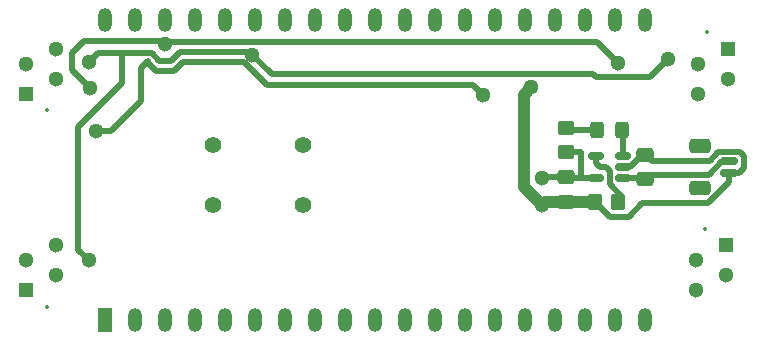
<source format=gbr>
G04 #@! TF.GenerationSoftware,KiCad,Pcbnew,(7.0.0)*
G04 #@! TF.CreationDate,2023-03-01T15:25:45+01:00*
G04 #@! TF.ProjectId,VR-Shield,56522d53-6869-4656-9c64-2e6b69636164,v02*
G04 #@! TF.SameCoordinates,Original*
G04 #@! TF.FileFunction,Copper,L2,Bot*
G04 #@! TF.FilePolarity,Positive*
%FSLAX46Y46*%
G04 Gerber Fmt 4.6, Leading zero omitted, Abs format (unit mm)*
G04 Created by KiCad (PCBNEW (7.0.0)) date 2023-03-01 15:25:45*
%MOMM*%
%LPD*%
G01*
G04 APERTURE LIST*
G04 Aperture macros list*
%AMRoundRect*
0 Rectangle with rounded corners*
0 $1 Rounding radius*
0 $2 $3 $4 $5 $6 $7 $8 $9 X,Y pos of 4 corners*
0 Add a 4 corners polygon primitive as box body*
4,1,4,$2,$3,$4,$5,$6,$7,$8,$9,$2,$3,0*
0 Add four circle primitives for the rounded corners*
1,1,$1+$1,$2,$3*
1,1,$1+$1,$4,$5*
1,1,$1+$1,$6,$7*
1,1,$1+$1,$8,$9*
0 Add four rect primitives between the rounded corners*
20,1,$1+$1,$2,$3,$4,$5,0*
20,1,$1+$1,$4,$5,$6,$7,0*
20,1,$1+$1,$6,$7,$8,$9,0*
20,1,$1+$1,$8,$9,$2,$3,0*%
G04 Aperture macros list end*
G04 #@! TA.AperFunction,ComponentPad*
%ADD10R,1.200000X2.000000*%
G04 #@! TD*
G04 #@! TA.AperFunction,ComponentPad*
%ADD11O,1.200000X2.000000*%
G04 #@! TD*
G04 #@! TA.AperFunction,ComponentPad*
%ADD12R,1.300000X1.300000*%
G04 #@! TD*
G04 #@! TA.AperFunction,ComponentPad*
%ADD13C,1.300000*%
G04 #@! TD*
G04 #@! TA.AperFunction,SMDPad,CuDef*
%ADD14RoundRect,0.150000X-0.625000X0.150000X-0.625000X-0.150000X0.625000X-0.150000X0.625000X0.150000X0*%
G04 #@! TD*
G04 #@! TA.AperFunction,SMDPad,CuDef*
%ADD15RoundRect,0.250000X-0.650000X0.350000X-0.650000X-0.350000X0.650000X-0.350000X0.650000X0.350000X0*%
G04 #@! TD*
G04 #@! TA.AperFunction,ComponentPad*
%ADD16C,1.397000*%
G04 #@! TD*
G04 #@! TA.AperFunction,SMDPad,CuDef*
%ADD17RoundRect,0.250000X-0.475000X0.337500X-0.475000X-0.337500X0.475000X-0.337500X0.475000X0.337500X0*%
G04 #@! TD*
G04 #@! TA.AperFunction,SMDPad,CuDef*
%ADD18RoundRect,0.150000X0.512500X0.150000X-0.512500X0.150000X-0.512500X-0.150000X0.512500X-0.150000X0*%
G04 #@! TD*
G04 #@! TA.AperFunction,SMDPad,CuDef*
%ADD19RoundRect,0.250000X0.450000X-0.350000X0.450000X0.350000X-0.450000X0.350000X-0.450000X-0.350000X0*%
G04 #@! TD*
G04 #@! TA.AperFunction,SMDPad,CuDef*
%ADD20RoundRect,0.250000X0.475000X-0.337500X0.475000X0.337500X-0.475000X0.337500X-0.475000X-0.337500X0*%
G04 #@! TD*
G04 #@! TA.AperFunction,SMDPad,CuDef*
%ADD21RoundRect,0.250000X0.350000X0.450000X-0.350000X0.450000X-0.350000X-0.450000X0.350000X-0.450000X0*%
G04 #@! TD*
G04 #@! TA.AperFunction,SMDPad,CuDef*
%ADD22RoundRect,0.250000X0.325000X0.450000X-0.325000X0.450000X-0.325000X-0.450000X0.325000X-0.450000X0*%
G04 #@! TD*
G04 #@! TA.AperFunction,ViaPad*
%ADD23C,1.300000*%
G04 #@! TD*
G04 #@! TA.AperFunction,Conductor*
%ADD24C,1.000000*%
G04 #@! TD*
G04 #@! TA.AperFunction,Conductor*
%ADD25C,0.500000*%
G04 #@! TD*
%ADD26C,0.350000*%
G04 APERTURE END LIST*
D10*
G04 #@! TO.P,U1,1,3V3*
G04 #@! TO.N,unconnected-(U1-3V3-Pad1)*
X23240999Y-41020999D03*
D11*
G04 #@! TO.P,U1,2,CHIP_PU*
G04 #@! TO.N,Net-(U1-CHIP_PU)*
X25780999Y-41020999D03*
G04 #@! TO.P,U1,3,SENSOR_VP/GPIO36/ADC1_CH0*
G04 #@! TO.N,unconnected-(U1-SENSOR_VP{slash}GPIO36{slash}ADC1_CH0-Pad3)*
X28320999Y-41020999D03*
G04 #@! TO.P,U1,4,SENSOR_VN/GPIO39/ADC1_CH3*
G04 #@! TO.N,unconnected-(U1-SENSOR_VN{slash}GPIO39{slash}ADC1_CH3-Pad4)*
X30860999Y-41020999D03*
G04 #@! TO.P,U1,5,VDET_1/GPIO34/ADC1_CH6*
G04 #@! TO.N,unconnected-(U1-VDET_1{slash}GPIO34{slash}ADC1_CH6-Pad5)*
X33400999Y-41020999D03*
G04 #@! TO.P,U1,6,VDET_2/GPIO35/ADC1_CH7*
G04 #@! TO.N,unconnected-(U1-VDET_2{slash}GPIO35{slash}ADC1_CH7-Pad6)*
X35940999Y-41020999D03*
G04 #@! TO.P,U1,7,32K_XP/GPIO32/ADC1_CH4*
G04 #@! TO.N,/LED*
X38480999Y-41020999D03*
G04 #@! TO.P,U1,8,32K_XN/GPIO33/ADC1_CH5*
G04 #@! TO.N,unconnected-(U1-32K_XN{slash}GPIO33{slash}ADC1_CH5-Pad8)*
X41020999Y-41020999D03*
G04 #@! TO.P,U1,9,DAC_1/ADC2_CH8/GPIO25*
G04 #@! TO.N,unconnected-(U1-DAC_1{slash}ADC2_CH8{slash}GPIO25-Pad9)*
X43560999Y-41020999D03*
G04 #@! TO.P,U1,10,DAC_2/ADC2_CH9/GPIO26*
G04 #@! TO.N,unconnected-(U1-DAC_2{slash}ADC2_CH9{slash}GPIO26-Pad10)*
X46100999Y-41020999D03*
G04 #@! TO.P,U1,11,ADC2_CH7/GPIO27*
G04 #@! TO.N,unconnected-(U1-ADC2_CH7{slash}GPIO27-Pad11)*
X48640999Y-41020999D03*
G04 #@! TO.P,U1,12,MTMS/GPIO14/ADC2_CH6*
G04 #@! TO.N,unconnected-(U1-MTMS{slash}GPIO14{slash}ADC2_CH6-Pad12)*
X51180999Y-41020999D03*
G04 #@! TO.P,U1,13,\u002AMTDI/GPIO12/ADC2_CH5*
G04 #@! TO.N,unconnected-(U1-\u002AMTDI{slash}GPIO12{slash}ADC2_CH5-Pad13)*
X53720999Y-41020999D03*
G04 #@! TO.P,U1,14,GND*
G04 #@! TO.N,GND*
X56260999Y-41020999D03*
G04 #@! TO.P,U1,15,MTCK/GPIO13/ADC2_CH4*
G04 #@! TO.N,unconnected-(U1-MTCK{slash}GPIO13{slash}ADC2_CH4-Pad15)*
X58800999Y-41020999D03*
G04 #@! TO.P,U1,16,SD_DATA2/GPIO9*
G04 #@! TO.N,unconnected-(U1-SD_DATA2{slash}GPIO9-Pad16)*
X61340999Y-41020999D03*
G04 #@! TO.P,U1,17,SD_DATA3/GPIO10*
G04 #@! TO.N,unconnected-(U1-SD_DATA3{slash}GPIO10-Pad17)*
X63880999Y-41020999D03*
G04 #@! TO.P,U1,18,CMD*
G04 #@! TO.N,unconnected-(U1-CMD-Pad18)*
X66420999Y-41020999D03*
G04 #@! TO.P,U1,19,5V*
G04 #@! TO.N,/5V*
X68960999Y-41020999D03*
G04 #@! TO.P,U1,20,SD_CLK/GPIO6*
G04 #@! TO.N,unconnected-(U1-SD_CLK{slash}GPIO6-Pad20)*
X68958279Y-15624679D03*
G04 #@! TO.P,U1,21,SD_DATA0/GPIO7*
G04 #@! TO.N,unconnected-(U1-SD_DATA0{slash}GPIO7-Pad21)*
X66418279Y-15624679D03*
G04 #@! TO.P,U1,22,SD_DATA1/GPIO8*
G04 #@! TO.N,unconnected-(U1-SD_DATA1{slash}GPIO8-Pad22)*
X63880999Y-15620999D03*
G04 #@! TO.P,U1,23,\u002AMTDO/GPIO15/ADC2_CH3*
G04 #@! TO.N,unconnected-(U1-\u002AMTDO{slash}GPIO15{slash}ADC2_CH3-Pad23)*
X61340999Y-15620999D03*
G04 #@! TO.P,U1,24,ADC2_CH2/\u002AGPIO2*
G04 #@! TO.N,unconnected-(U1-ADC2_CH2{slash}\u002AGPIO2-Pad24)*
X58800999Y-15620999D03*
G04 #@! TO.P,U1,25,\u002AGPIO0/BOOT/ADC2_CH1*
G04 #@! TO.N,unconnected-(U1-\u002AGPIO0{slash}BOOT{slash}ADC2_CH1-Pad25)*
X56260999Y-15620999D03*
G04 #@! TO.P,U1,26,ADC2_CH0/GPIO4*
G04 #@! TO.N,unconnected-(U1-ADC2_CH0{slash}GPIO4-Pad26)*
X53720999Y-15620999D03*
G04 #@! TO.P,U1,27,GPIO16*
G04 #@! TO.N,unconnected-(U1-GPIO16-Pad27)*
X51180999Y-15620999D03*
G04 #@! TO.P,U1,28,GPIO17*
G04 #@! TO.N,unconnected-(U1-GPIO17-Pad28)*
X48640999Y-15620999D03*
G04 #@! TO.P,U1,29,\u002AGPIO5*
G04 #@! TO.N,unconnected-(U1-\u002AGPIO5-Pad29)*
X46100999Y-15620999D03*
G04 #@! TO.P,U1,30,GPIO18*
G04 #@! TO.N,unconnected-(U1-GPIO18-Pad30)*
X43560999Y-15620999D03*
G04 #@! TO.P,U1,31,GPIO19*
G04 #@! TO.N,Net-(U1-GPIO19)*
X41020999Y-15620999D03*
G04 #@! TO.P,U1,32,GND*
G04 #@! TO.N,unconnected-(U1-GND-Pad32)*
X38480999Y-15620999D03*
G04 #@! TO.P,U1,33,GPIO21*
G04 #@! TO.N,Net-(P1-SDA)*
X35940999Y-15620999D03*
G04 #@! TO.P,U1,34,U0RXD/GPIO3*
G04 #@! TO.N,unconnected-(U1-U0RXD{slash}GPIO3-Pad34)*
X33400999Y-15620999D03*
G04 #@! TO.P,U1,35,U0TXD/GPIO1*
G04 #@! TO.N,unconnected-(U1-U0TXD{slash}GPIO1-Pad35)*
X30860999Y-15620999D03*
G04 #@! TO.P,U1,36,GPIO22*
G04 #@! TO.N,Net-(P1-SCL)*
X28320999Y-15620999D03*
G04 #@! TO.P,U1,37,GPIO23*
G04 #@! TO.N,unconnected-(U1-GPIO23-Pad37)*
X25780999Y-15620999D03*
G04 #@! TO.P,U1,38,GND*
G04 #@! TO.N,GND*
X23240999Y-15620999D03*
G04 #@! TD*
D12*
G04 #@! TO.P,P4,1,GND*
G04 #@! TO.N,GND*
X75818999Y-34670999D03*
D13*
G04 #@! TO.P,P4,2,SCL*
G04 #@! TO.N,Net-(P1-SCL)*
X73279000Y-35941000D03*
G04 #@! TO.P,P4,3,SDA*
G04 #@! TO.N,Net-(P1-SDA)*
X75819000Y-37211000D03*
G04 #@! TO.P,P4,4,VCC*
G04 #@! TO.N,Net-(P1-VCC)*
X73279000Y-38481000D03*
G04 #@! TD*
D12*
G04 #@! TO.P,P3,1,GND*
G04 #@! TO.N,GND*
X16509999Y-38480999D03*
D13*
G04 #@! TO.P,P3,2,SCL*
G04 #@! TO.N,Net-(P1-SCL)*
X19050000Y-37211000D03*
G04 #@! TO.P,P3,3,SDA*
G04 #@! TO.N,Net-(P1-SDA)*
X16510000Y-35941000D03*
G04 #@! TO.P,P3,4,VCC*
G04 #@! TO.N,Net-(P1-VCC)*
X19050000Y-34671000D03*
G04 #@! TD*
D12*
G04 #@! TO.P,P2,1,GND*
G04 #@! TO.N,GND*
X16509999Y-21843999D03*
D13*
G04 #@! TO.P,P2,2,SCL*
G04 #@! TO.N,Net-(P1-SCL)*
X19050000Y-20574000D03*
G04 #@! TO.P,P2,3,SDA*
G04 #@! TO.N,Net-(P1-SDA)*
X16510000Y-19304000D03*
G04 #@! TO.P,P2,4,VCC*
G04 #@! TO.N,Net-(P1-VCC)*
X19050000Y-18034000D03*
G04 #@! TD*
D14*
G04 #@! TO.P,BT1,1,+*
G04 #@! TO.N,Net-(BT1-+)*
X76073000Y-27559000D03*
G04 #@! TO.P,BT1,2,-*
G04 #@! TO.N,GND*
X76073000Y-28559000D03*
D15*
G04 #@! TO.P,BT1,MP*
G04 #@! TO.N,N/C*
X73548000Y-26259000D03*
X73548000Y-29859000D03*
G04 #@! TD*
D16*
G04 #@! TO.P,CB1,1*
G04 #@! TO.N,Net-(U1-CHIP_PU)*
X40005000Y-26162000D03*
X32385000Y-26162000D03*
G04 #@! TO.P,CB1,2*
G04 #@! TO.N,GND*
X40005000Y-31242000D03*
X32385000Y-31242000D03*
G04 #@! TD*
D17*
G04 #@! TO.P,C2,1*
G04 #@! TO.N,/5V*
X62246000Y-28934500D03*
G04 #@! TO.P,C2,2*
G04 #@! TO.N,GND*
X62246000Y-31009500D03*
G04 #@! TD*
D18*
G04 #@! TO.P,U2,1,STAT*
G04 #@! TO.N,Net-(D2-K)*
X67066500Y-27117000D03*
G04 #@! TO.P,U2,2,V_{SS}*
G04 #@! TO.N,GND*
X67066500Y-28067000D03*
G04 #@! TO.P,U2,3,V_{BAT}*
G04 #@! TO.N,Net-(BT1-+)*
X67066500Y-29017000D03*
G04 #@! TO.P,U2,4,V_{DD}*
G04 #@! TO.N,/5V*
X64791500Y-29017000D03*
G04 #@! TO.P,U2,5,PROG*
G04 #@! TO.N,Net-(U2-PROG)*
X64791500Y-27117000D03*
G04 #@! TD*
D19*
G04 #@! TO.P,R5,1*
G04 #@! TO.N,/5V*
X62246000Y-26781000D03*
G04 #@! TO.P,R5,2*
G04 #@! TO.N,Net-(D2-A)*
X62246000Y-24781000D03*
G04 #@! TD*
D20*
G04 #@! TO.P,C1,1*
G04 #@! TO.N,Net-(BT1-+)*
X68961000Y-29104500D03*
G04 #@! TO.P,C1,2*
G04 #@! TO.N,GND*
X68961000Y-27029500D03*
G04 #@! TD*
D21*
G04 #@! TO.P,R4,1*
G04 #@! TO.N,Net-(U2-PROG)*
X66675000Y-30988000D03*
G04 #@! TO.P,R4,2*
G04 #@! TO.N,GND*
X64675000Y-30988000D03*
G04 #@! TD*
D22*
G04 #@! TO.P,D2,1,K*
G04 #@! TO.N,Net-(D2-K)*
X66954000Y-24892000D03*
G04 #@! TO.P,D2,2,A*
G04 #@! TO.N,Net-(D2-A)*
X64904000Y-24892000D03*
G04 #@! TD*
D12*
G04 #@! TO.P,P1,1,GND*
G04 #@! TO.N,GND*
X75945999Y-18033999D03*
D13*
G04 #@! TO.P,P1,2,SCL*
G04 #@! TO.N,Net-(P1-SCL)*
X73406000Y-19304000D03*
G04 #@! TO.P,P1,3,SDA*
G04 #@! TO.N,Net-(P1-SDA)*
X75946000Y-20574000D03*
G04 #@! TO.P,P1,4,VCC*
G04 #@! TO.N,Net-(P1-VCC)*
X73406000Y-21844000D03*
G04 #@! TD*
D23*
G04 #@! TO.N,GND*
X59309000Y-21292500D03*
X60198000Y-31242000D03*
G04 #@! TO.N,Net-(P1-SCL)*
X66675000Y-19213752D03*
X28321000Y-17653000D03*
X21971000Y-21336000D03*
G04 #@! TO.N,Net-(P1-SDA)*
X21844000Y-19177000D03*
X21844000Y-35941000D03*
X35687000Y-18542000D03*
X70858442Y-18921382D03*
G04 #@! TO.N,Net-(P1-VCC)*
X22479000Y-25019000D03*
X55245000Y-21971000D03*
G04 #@! TO.N,/5V*
X60198000Y-28956000D03*
G04 #@! TD*
D24*
G04 #@! TO.N,GND*
X59309000Y-21292500D02*
X58674000Y-21927500D01*
D25*
X68665028Y-27029500D02*
X68961000Y-27029500D01*
X68961000Y-27029500D02*
X69490500Y-27559000D01*
X68707000Y-31115000D02*
X67564000Y-32258000D01*
D24*
X58674000Y-21927500D02*
X58674000Y-29718000D01*
D25*
X74281949Y-31115000D02*
X68707000Y-31115000D01*
X76073000Y-28559000D02*
X76073000Y-29323949D01*
X74398000Y-27559000D02*
X75148000Y-26809000D01*
X67066500Y-28067000D02*
X67627528Y-28067000D01*
X77298000Y-28112000D02*
X76851000Y-28559000D01*
X67564000Y-32258000D02*
X65945000Y-32258000D01*
X76073000Y-29323949D02*
X74281949Y-31115000D01*
D24*
X60452000Y-30988000D02*
X64675000Y-30988000D01*
D25*
X75148000Y-26809000D02*
X76974000Y-26809000D01*
X69490500Y-27559000D02*
X74398000Y-27559000D01*
D24*
X60198000Y-31242000D02*
X60452000Y-30988000D01*
X58674000Y-29718000D02*
X60198000Y-31242000D01*
D25*
X62267500Y-30988000D02*
X62246000Y-31009500D01*
X65945000Y-32258000D02*
X64675000Y-30988000D01*
X67627528Y-28067000D02*
X68665028Y-27029500D01*
X76851000Y-28559000D02*
X76073000Y-28559000D01*
X77298000Y-27133000D02*
X77298000Y-28112000D01*
X76974000Y-26809000D02*
X77298000Y-27133000D01*
G04 #@! TO.N,Net-(P1-SCL)*
X28321000Y-17653000D02*
X28532000Y-17442000D01*
X20447000Y-18415000D02*
X20447000Y-19812000D01*
X19050000Y-20574000D02*
X19177000Y-20574000D01*
X28532000Y-17442000D02*
X64903248Y-17442000D01*
X28321000Y-17653000D02*
X28067000Y-17399000D01*
X20447000Y-19812000D02*
X21971000Y-21336000D01*
X64903248Y-17442000D02*
X66675000Y-19213752D01*
X21463000Y-17399000D02*
X20447000Y-18415000D01*
X28067000Y-17399000D02*
X21463000Y-17399000D01*
G04 #@! TO.N,Net-(P1-SDA)*
X20955000Y-35052000D02*
X20955000Y-24638000D01*
X20955000Y-24638000D02*
X24638000Y-20955000D01*
X28829000Y-19050000D02*
X29587000Y-18292000D01*
X64515500Y-20192500D02*
X37337500Y-20192500D01*
X24638000Y-20955000D02*
X24638000Y-18415000D01*
X27178000Y-18415000D02*
X27813000Y-19050000D01*
X21844000Y-35941000D02*
X20955000Y-35052000D01*
X64770000Y-20447000D02*
X64515500Y-20192500D01*
X21844000Y-19177000D02*
X22606000Y-18415000D01*
X22606000Y-18415000D02*
X27178000Y-18415000D01*
X27813000Y-19050000D02*
X28829000Y-19050000D01*
X24638000Y-18415000D02*
X27178000Y-18415000D01*
X69332824Y-20447000D02*
X64770000Y-20447000D01*
X29587000Y-18292000D02*
X35437000Y-18292000D01*
X37337500Y-20192500D02*
X35687000Y-18542000D01*
X70858442Y-18921382D02*
X69332824Y-20447000D01*
X35437000Y-18292000D02*
X35687000Y-18542000D01*
G04 #@! TO.N,Net-(P1-VCC)*
X34978497Y-19177000D02*
X36883497Y-21082000D01*
X29845000Y-19177000D02*
X34978497Y-19177000D01*
X26859000Y-19115000D02*
X26859000Y-19239000D01*
X26859000Y-19239000D02*
X27559000Y-19939000D01*
X22479000Y-25019000D02*
X23749000Y-25019000D01*
X29083000Y-19939000D02*
X29845000Y-19177000D01*
X54356000Y-21082000D02*
X55245000Y-21971000D01*
X26289000Y-22479000D02*
X26289000Y-19685000D01*
X23749000Y-25019000D02*
X26289000Y-22479000D01*
X26289000Y-19685000D02*
X26859000Y-19115000D01*
X36883497Y-21082000D02*
X54356000Y-21082000D01*
X27559000Y-19939000D02*
X29083000Y-19939000D01*
G04 #@! TO.N,/5V*
X62246000Y-26781000D02*
X63484000Y-26781000D01*
X63484000Y-26781000D02*
X63500000Y-26797000D01*
X63500000Y-26797000D02*
X63500000Y-28829000D01*
X60219500Y-28934500D02*
X60198000Y-28956000D01*
X62246000Y-28934500D02*
X62328500Y-29017000D01*
X62328500Y-29017000D02*
X64791500Y-29017000D01*
X62246000Y-28934500D02*
X60219500Y-28934500D01*
X63688000Y-29017000D02*
X64791500Y-29017000D01*
X63500000Y-28829000D02*
X63688000Y-29017000D01*
G04 #@! TO.N,Net-(BT1-+)*
X75449472Y-27559000D02*
X76073000Y-27559000D01*
X74306472Y-28702000D02*
X75449472Y-27559000D01*
X68873500Y-29017000D02*
X68961000Y-29104500D01*
X69363500Y-28702000D02*
X74306472Y-28702000D01*
X68961000Y-29104500D02*
X69363500Y-28702000D01*
X67066500Y-29017000D02*
X68873500Y-29017000D01*
G04 #@! TO.N,Net-(D2-K)*
X67066500Y-25004500D02*
X66954000Y-24892000D01*
X67066500Y-27117000D02*
X67066500Y-25004500D01*
G04 #@! TO.N,Net-(D2-A)*
X64904000Y-24892000D02*
X62357000Y-24892000D01*
X62357000Y-24892000D02*
X62246000Y-24781000D01*
G04 #@! TO.N,Net-(U2-PROG)*
X65659000Y-28067000D02*
X65151000Y-28067000D01*
X64791500Y-27707500D02*
X64791500Y-27117000D01*
X66675000Y-30988000D02*
X66929000Y-30734000D01*
X66929000Y-30480000D02*
X65954000Y-29505000D01*
X65954000Y-29505000D02*
X65954000Y-28362000D01*
X66929000Y-30734000D02*
X66929000Y-30480000D01*
X65151000Y-28067000D02*
X64791500Y-27707500D01*
X65954000Y-28362000D02*
X65659000Y-28067000D01*
G04 #@! TD*
D26*
X59309000Y-21292500D03*
X60198000Y-31242000D03*
X66675000Y-19213752D03*
X28321000Y-17653000D03*
X21971000Y-21336000D03*
X21844000Y-19177000D03*
X21844000Y-35941000D03*
X35687000Y-18542000D03*
X70858442Y-18921382D03*
X22479000Y-25019000D03*
X55245000Y-21971000D03*
X60198000Y-28956000D03*
X23241000Y-41021000D03*
X25781000Y-41021000D03*
X28321000Y-41021000D03*
X30861000Y-41021000D03*
X33401000Y-41021000D03*
X35941000Y-41021000D03*
X38481000Y-41021000D03*
X41021000Y-41021000D03*
X43561000Y-41021000D03*
X46101000Y-41021000D03*
X48641000Y-41021000D03*
X51181000Y-41021000D03*
X53721000Y-41021000D03*
X56261000Y-41021000D03*
X58801000Y-41021000D03*
X61341000Y-41021000D03*
X63881000Y-41021000D03*
X66421000Y-41021000D03*
X68961000Y-41021000D03*
X68958280Y-15624680D03*
X66418280Y-15624680D03*
X63881000Y-15621000D03*
X61341000Y-15621000D03*
X58801000Y-15621000D03*
X56261000Y-15621000D03*
X53721000Y-15621000D03*
X51181000Y-15621000D03*
X48641000Y-15621000D03*
X46101000Y-15621000D03*
X43561000Y-15621000D03*
X41021000Y-15621000D03*
X38481000Y-15621000D03*
X35941000Y-15621000D03*
X33401000Y-15621000D03*
X30861000Y-15621000D03*
X28321000Y-15621000D03*
X25781000Y-15621000D03*
X23241000Y-15621000D03*
X74019000Y-33271000D03*
X75819000Y-34671000D03*
X73279000Y-35941000D03*
X75819000Y-37211000D03*
X73279000Y-38481000D03*
X18310000Y-39881000D03*
X16510000Y-38481000D03*
X19050000Y-37211000D03*
X16510000Y-35941000D03*
X19050000Y-34671000D03*
X18310000Y-23244000D03*
X16510000Y-21844000D03*
X19050000Y-20574000D03*
X16510000Y-19304000D03*
X19050000Y-18034000D03*
X40005000Y-26162000D03*
X32385000Y-26162000D03*
X40005000Y-31242000D03*
X32385000Y-31242000D03*
X74146000Y-16634000D03*
X75946000Y-18034000D03*
X73406000Y-19304000D03*
X75946000Y-20574000D03*
X73406000Y-21844000D03*
M02*

</source>
